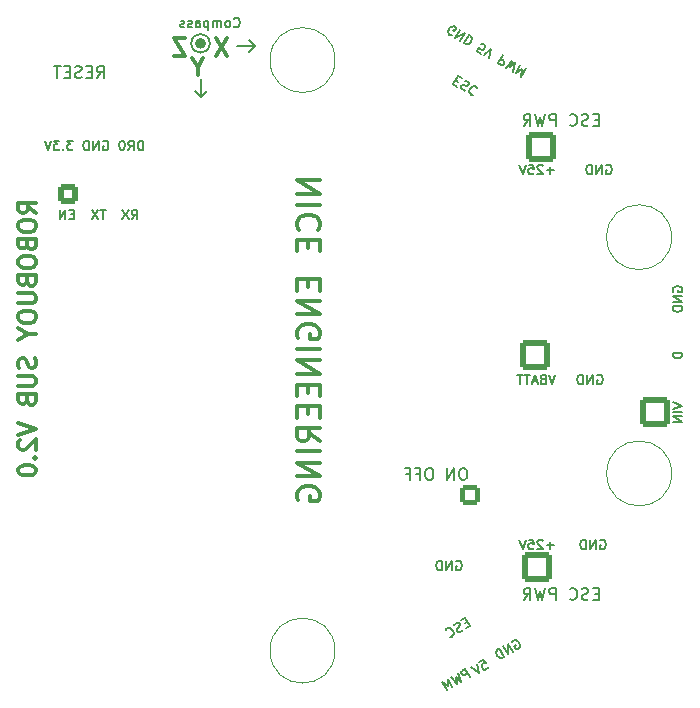
<source format=gbr>
%TF.GenerationSoftware,KiCad,Pcbnew,9.0.0-rc1*%
%TF.CreationDate,2025-03-26T15:14:04+01:00*%
%TF.ProjectId,Robobuoy-Sub-Round-v2_0,526f626f-6275-46f7-992d-5375622d526f,2.0*%
%TF.SameCoordinates,Original*%
%TF.FileFunction,Legend,Bot*%
%TF.FilePolarity,Positive*%
%FSLAX46Y46*%
G04 Gerber Fmt 4.6, Leading zero omitted, Abs format (unit mm)*
G04 Created by KiCad (PCBNEW 9.0.0-rc1) date 2025-03-26 15:14:04*
%MOMM*%
%LPD*%
G01*
G04 APERTURE LIST*
G04 Aperture macros list*
%AMRoundRect*
0 Rectangle with rounded corners*
0 $1 Rounding radius*
0 $2 $3 $4 $5 $6 $7 $8 $9 X,Y pos of 4 corners*
0 Add a 4 corners polygon primitive as box body*
4,1,4,$2,$3,$4,$5,$6,$7,$8,$9,$2,$3,0*
0 Add four circle primitives for the rounded corners*
1,1,$1+$1,$2,$3*
1,1,$1+$1,$4,$5*
1,1,$1+$1,$6,$7*
1,1,$1+$1,$8,$9*
0 Add four rect primitives between the rounded corners*
20,1,$1+$1,$2,$3,$4,$5,0*
20,1,$1+$1,$4,$5,$6,$7,0*
20,1,$1+$1,$6,$7,$8,$9,0*
20,1,$1+$1,$8,$9,$2,$3,0*%
%AMHorizOval*
0 Thick line with rounded ends*
0 $1 width*
0 $2 $3 position (X,Y) of the first rounded end (center of the circle)*
0 $4 $5 position (X,Y) of the second rounded end (center of the circle)*
0 Add line between two ends*
20,1,$1,$2,$3,$4,$5,0*
0 Add two circle primitives to create the rounded ends*
1,1,$1,$2,$3*
1,1,$1,$4,$5*%
G04 Aperture macros list end*
%ADD10C,0.150000*%
%ADD11C,0.400000*%
%ADD12C,0.300000*%
%ADD13C,0.100000*%
%ADD14R,1.700000X1.700000*%
%ADD15O,1.700000X1.700000*%
%ADD16C,3.200000*%
%ADD17RoundRect,0.249999X-1.025001X-1.025001X1.025001X-1.025001X1.025001X1.025001X-1.025001X1.025001X0*%
%ADD18C,2.550000*%
%ADD19RoundRect,0.206250X0.618750X0.618750X-0.618750X0.618750X-0.618750X-0.618750X0.618750X-0.618750X0*%
%ADD20C,1.700000*%
%ADD21R,1.650000X1.650000*%
%ADD22C,3.000000*%
%ADD23RoundRect,0.249999X1.025001X-1.025001X1.025001X1.025001X-1.025001X1.025001X-1.025001X-1.025001X0*%
%ADD24RoundRect,0.250000X-0.157115X-0.927868X0.882115X-0.327868X0.157115X0.927868X-0.882115X0.327868X0*%
%ADD25HorizOval,1.700000X-0.062500X0.108253X0.062500X-0.108253X0*%
%ADD26RoundRect,0.250000X0.882115X0.327868X-0.157115X0.927868X-0.882115X-0.327868X0.157115X-0.927868X0*%
%ADD27HorizOval,1.700000X0.062500X0.108253X-0.062500X-0.108253X0*%
%ADD28RoundRect,0.250000X0.600000X-0.600000X0.600000X0.600000X-0.600000X0.600000X-0.600000X-0.600000X0*%
G04 APERTURE END LIST*
D10*
X-4013200Y26162000D02*
X-4521200Y26670000D01*
X-8636000Y21844000D02*
X-8128000Y22352000D01*
X-4013200Y26162000D02*
X-4521200Y25654000D01*
X-8636000Y21844000D02*
X-9144000Y22352000D01*
D11*
X-8382000Y26416000D02*
G75*
G02*
X-8890000Y26416000I-254000J0D01*
G01*
X-8890000Y26416000D02*
G75*
G02*
X-8382000Y26416000I254000J0D01*
G01*
D10*
X-8636000Y23368000D02*
X-8636000Y21844000D01*
X-5588000Y26162000D02*
X-4064000Y26162000D01*
X-7844280Y26416000D02*
G75*
G02*
X-9427720Y26416000I-791720J0D01*
G01*
X-9427720Y26416000D02*
G75*
G02*
X-7844280Y26416000I791720J0D01*
G01*
X-13497161Y17377705D02*
X-13497161Y18177705D01*
X-13497161Y18177705D02*
X-13687637Y18177705D01*
X-13687637Y18177705D02*
X-13801923Y18139610D01*
X-13801923Y18139610D02*
X-13878113Y18063420D01*
X-13878113Y18063420D02*
X-13916208Y17987229D01*
X-13916208Y17987229D02*
X-13954304Y17834848D01*
X-13954304Y17834848D02*
X-13954304Y17720562D01*
X-13954304Y17720562D02*
X-13916208Y17568181D01*
X-13916208Y17568181D02*
X-13878113Y17491991D01*
X-13878113Y17491991D02*
X-13801923Y17415800D01*
X-13801923Y17415800D02*
X-13687637Y17377705D01*
X-13687637Y17377705D02*
X-13497161Y17377705D01*
X-14754304Y17377705D02*
X-14487637Y17758658D01*
X-14297161Y17377705D02*
X-14297161Y18177705D01*
X-14297161Y18177705D02*
X-14601923Y18177705D01*
X-14601923Y18177705D02*
X-14678113Y18139610D01*
X-14678113Y18139610D02*
X-14716208Y18101515D01*
X-14716208Y18101515D02*
X-14754304Y18025324D01*
X-14754304Y18025324D02*
X-14754304Y17911039D01*
X-14754304Y17911039D02*
X-14716208Y17834848D01*
X-14716208Y17834848D02*
X-14678113Y17796753D01*
X-14678113Y17796753D02*
X-14601923Y17758658D01*
X-14601923Y17758658D02*
X-14297161Y17758658D01*
X-15249542Y18177705D02*
X-15325732Y18177705D01*
X-15325732Y18177705D02*
X-15401923Y18139610D01*
X-15401923Y18139610D02*
X-15440018Y18101515D01*
X-15440018Y18101515D02*
X-15478113Y18025324D01*
X-15478113Y18025324D02*
X-15516208Y17872943D01*
X-15516208Y17872943D02*
X-15516208Y17682467D01*
X-15516208Y17682467D02*
X-15478113Y17530086D01*
X-15478113Y17530086D02*
X-15440018Y17453896D01*
X-15440018Y17453896D02*
X-15401923Y17415800D01*
X-15401923Y17415800D02*
X-15325732Y17377705D01*
X-15325732Y17377705D02*
X-15249542Y17377705D01*
X-15249542Y17377705D02*
X-15173351Y17415800D01*
X-15173351Y17415800D02*
X-15135256Y17453896D01*
X-15135256Y17453896D02*
X-15097161Y17530086D01*
X-15097161Y17530086D02*
X-15059065Y17682467D01*
X-15059065Y17682467D02*
X-15059065Y17872943D01*
X-15059065Y17872943D02*
X-15097161Y18025324D01*
X-15097161Y18025324D02*
X-15135256Y18101515D01*
X-15135256Y18101515D02*
X-15173351Y18139610D01*
X-15173351Y18139610D02*
X-15249542Y18177705D01*
X-16887637Y18139610D02*
X-16811447Y18177705D01*
X-16811447Y18177705D02*
X-16697161Y18177705D01*
X-16697161Y18177705D02*
X-16582875Y18139610D01*
X-16582875Y18139610D02*
X-16506685Y18063420D01*
X-16506685Y18063420D02*
X-16468590Y17987229D01*
X-16468590Y17987229D02*
X-16430494Y17834848D01*
X-16430494Y17834848D02*
X-16430494Y17720562D01*
X-16430494Y17720562D02*
X-16468590Y17568181D01*
X-16468590Y17568181D02*
X-16506685Y17491991D01*
X-16506685Y17491991D02*
X-16582875Y17415800D01*
X-16582875Y17415800D02*
X-16697161Y17377705D01*
X-16697161Y17377705D02*
X-16773352Y17377705D01*
X-16773352Y17377705D02*
X-16887637Y17415800D01*
X-16887637Y17415800D02*
X-16925733Y17453896D01*
X-16925733Y17453896D02*
X-16925733Y17720562D01*
X-16925733Y17720562D02*
X-16773352Y17720562D01*
X-17268590Y17377705D02*
X-17268590Y18177705D01*
X-17268590Y18177705D02*
X-17725733Y17377705D01*
X-17725733Y17377705D02*
X-17725733Y18177705D01*
X-18106685Y17377705D02*
X-18106685Y18177705D01*
X-18106685Y18177705D02*
X-18297161Y18177705D01*
X-18297161Y18177705D02*
X-18411447Y18139610D01*
X-18411447Y18139610D02*
X-18487637Y18063420D01*
X-18487637Y18063420D02*
X-18525732Y17987229D01*
X-18525732Y17987229D02*
X-18563828Y17834848D01*
X-18563828Y17834848D02*
X-18563828Y17720562D01*
X-18563828Y17720562D02*
X-18525732Y17568181D01*
X-18525732Y17568181D02*
X-18487637Y17491991D01*
X-18487637Y17491991D02*
X-18411447Y17415800D01*
X-18411447Y17415800D02*
X-18297161Y17377705D01*
X-18297161Y17377705D02*
X-18106685Y17377705D01*
X-19440018Y18177705D02*
X-19935256Y18177705D01*
X-19935256Y18177705D02*
X-19668590Y17872943D01*
X-19668590Y17872943D02*
X-19782875Y17872943D01*
X-19782875Y17872943D02*
X-19859066Y17834848D01*
X-19859066Y17834848D02*
X-19897161Y17796753D01*
X-19897161Y17796753D02*
X-19935256Y17720562D01*
X-19935256Y17720562D02*
X-19935256Y17530086D01*
X-19935256Y17530086D02*
X-19897161Y17453896D01*
X-19897161Y17453896D02*
X-19859066Y17415800D01*
X-19859066Y17415800D02*
X-19782875Y17377705D01*
X-19782875Y17377705D02*
X-19554304Y17377705D01*
X-19554304Y17377705D02*
X-19478113Y17415800D01*
X-19478113Y17415800D02*
X-19440018Y17453896D01*
X-20278114Y17453896D02*
X-20316209Y17415800D01*
X-20316209Y17415800D02*
X-20278114Y17377705D01*
X-20278114Y17377705D02*
X-20240018Y17415800D01*
X-20240018Y17415800D02*
X-20278114Y17453896D01*
X-20278114Y17453896D02*
X-20278114Y17377705D01*
X-20582875Y18177705D02*
X-21078113Y18177705D01*
X-21078113Y18177705D02*
X-20811447Y17872943D01*
X-20811447Y17872943D02*
X-20925732Y17872943D01*
X-20925732Y17872943D02*
X-21001923Y17834848D01*
X-21001923Y17834848D02*
X-21040018Y17796753D01*
X-21040018Y17796753D02*
X-21078113Y17720562D01*
X-21078113Y17720562D02*
X-21078113Y17530086D01*
X-21078113Y17530086D02*
X-21040018Y17453896D01*
X-21040018Y17453896D02*
X-21001923Y17415800D01*
X-21001923Y17415800D02*
X-20925732Y17377705D01*
X-20925732Y17377705D02*
X-20697161Y17377705D01*
X-20697161Y17377705D02*
X-20620970Y17415800D01*
X-20620970Y17415800D02*
X-20582875Y17453896D01*
X-21306685Y18177705D02*
X-21573352Y17377705D01*
X-21573352Y17377705D02*
X-21840018Y18177705D01*
X15113482Y25550581D02*
X14783567Y25741057D01*
X14783567Y25741057D02*
X14941052Y26090019D01*
X14941052Y26090019D02*
X14954996Y26037980D01*
X14954996Y26037980D02*
X15001931Y25966893D01*
X15001931Y25966893D02*
X15166888Y25871655D01*
X15166888Y25871655D02*
X15251919Y25866551D01*
X15251919Y25866551D02*
X15303958Y25880495D01*
X15303958Y25880495D02*
X15375045Y25927431D01*
X15375045Y25927431D02*
X15470283Y26092388D01*
X15470283Y26092388D02*
X15475386Y26177418D01*
X15475386Y26177418D02*
X15461443Y26229457D01*
X15461443Y26229457D02*
X15414507Y26300544D01*
X15414507Y26300544D02*
X15249550Y26395782D01*
X15249550Y26395782D02*
X15164520Y26400886D01*
X15164520Y26400886D02*
X15112481Y26386942D01*
X15344422Y25417247D02*
X15975362Y25976734D01*
X15975362Y25976734D02*
X15806302Y25150581D01*
X12942043Y23276972D02*
X13172983Y23143638D01*
X13481482Y23449401D02*
X13151567Y23639877D01*
X13151567Y23639877D02*
X12751567Y22947057D01*
X12751567Y22947057D02*
X13081482Y22756581D01*
X13726366Y23264029D02*
X13844388Y23239877D01*
X13844388Y23239877D02*
X14009345Y23144639D01*
X14009345Y23144639D02*
X14056280Y23073552D01*
X14056280Y23073552D02*
X14070224Y23021513D01*
X14070224Y23021513D02*
X14065120Y22936483D01*
X14065120Y22936483D02*
X14027025Y22870500D01*
X14027025Y22870500D02*
X13955939Y22823565D01*
X13955939Y22823565D02*
X13903899Y22809621D01*
X13903899Y22809621D02*
X13818869Y22814725D01*
X13818869Y22814725D02*
X13667856Y22857924D01*
X13667856Y22857924D02*
X13582825Y22863027D01*
X13582825Y22863027D02*
X13530786Y22849084D01*
X13530786Y22849084D02*
X13459699Y22802148D01*
X13459699Y22802148D02*
X13421604Y22736165D01*
X13421604Y22736165D02*
X13416500Y22651135D01*
X13416500Y22651135D02*
X13430444Y22599096D01*
X13430444Y22599096D02*
X13477379Y22528009D01*
X13477379Y22528009D02*
X13642337Y22432771D01*
X13642337Y22432771D02*
X13760359Y22408620D01*
X14796036Y22602466D02*
X14782092Y22654505D01*
X14782092Y22654505D02*
X14702166Y22744639D01*
X14702166Y22744639D02*
X14636183Y22782734D01*
X14636183Y22782734D02*
X14518161Y22806886D01*
X14518161Y22806886D02*
X14414083Y22778998D01*
X14414083Y22778998D02*
X14342996Y22732063D01*
X14342996Y22732063D02*
X14233814Y22619145D01*
X14233814Y22619145D02*
X14176671Y22520170D01*
X14176671Y22520170D02*
X14133472Y22369157D01*
X14133472Y22369157D02*
X14128368Y22284126D01*
X14128368Y22284126D02*
X14156256Y22180048D01*
X14156256Y22180048D02*
X14236183Y22089914D01*
X14236183Y22089914D02*
X14302166Y22051819D01*
X14302166Y22051819D02*
X14420188Y22027667D01*
X14420188Y22027667D02*
X14472227Y22041611D01*
X31390390Y5387793D02*
X31352295Y5463983D01*
X31352295Y5463983D02*
X31352295Y5578269D01*
X31352295Y5578269D02*
X31390390Y5692555D01*
X31390390Y5692555D02*
X31466580Y5768745D01*
X31466580Y5768745D02*
X31542771Y5806840D01*
X31542771Y5806840D02*
X31695152Y5844936D01*
X31695152Y5844936D02*
X31809438Y5844936D01*
X31809438Y5844936D02*
X31961819Y5806840D01*
X31961819Y5806840D02*
X32038009Y5768745D01*
X32038009Y5768745D02*
X32114200Y5692555D01*
X32114200Y5692555D02*
X32152295Y5578269D01*
X32152295Y5578269D02*
X32152295Y5502078D01*
X32152295Y5502078D02*
X32114200Y5387793D01*
X32114200Y5387793D02*
X32076104Y5349697D01*
X32076104Y5349697D02*
X31809438Y5349697D01*
X31809438Y5349697D02*
X31809438Y5502078D01*
X32152295Y5006840D02*
X31352295Y5006840D01*
X31352295Y5006840D02*
X32152295Y4549697D01*
X32152295Y4549697D02*
X31352295Y4549697D01*
X32152295Y4168745D02*
X31352295Y4168745D01*
X31352295Y4168745D02*
X31352295Y3978269D01*
X31352295Y3978269D02*
X31390390Y3863983D01*
X31390390Y3863983D02*
X31466580Y3787793D01*
X31466580Y3787793D02*
X31542771Y3749698D01*
X31542771Y3749698D02*
X31695152Y3711602D01*
X31695152Y3711602D02*
X31809438Y3711602D01*
X31809438Y3711602D02*
X31961819Y3749698D01*
X31961819Y3749698D02*
X32038009Y3787793D01*
X32038009Y3787793D02*
X32114200Y3863983D01*
X32114200Y3863983D02*
X32152295Y3978269D01*
X32152295Y3978269D02*
X32152295Y4168745D01*
X13965203Y-22550131D02*
X13734263Y-22683464D01*
X13844813Y-23103513D02*
X14174727Y-22913037D01*
X14174727Y-22913037D02*
X13774727Y-22220216D01*
X13774727Y-22220216D02*
X13444813Y-22410692D01*
X13561833Y-23222903D02*
X13481906Y-23313037D01*
X13481906Y-23313037D02*
X13316949Y-23408275D01*
X13316949Y-23408275D02*
X13231919Y-23413379D01*
X13231919Y-23413379D02*
X13179880Y-23399435D01*
X13179880Y-23399435D02*
X13108793Y-23352500D01*
X13108793Y-23352500D02*
X13070698Y-23286517D01*
X13070698Y-23286517D02*
X13065594Y-23201486D01*
X13065594Y-23201486D02*
X13079538Y-23149447D01*
X13079538Y-23149447D02*
X13126473Y-23078360D01*
X13126473Y-23078360D02*
X13239391Y-22969179D01*
X13239391Y-22969179D02*
X13286326Y-22898092D01*
X13286326Y-22898092D02*
X13300270Y-22846053D01*
X13300270Y-22846053D02*
X13295166Y-22761022D01*
X13295166Y-22761022D02*
X13257071Y-22695039D01*
X13257071Y-22695039D02*
X13185984Y-22648104D01*
X13185984Y-22648104D02*
X13133945Y-22634160D01*
X13133945Y-22634160D02*
X13048915Y-22639264D01*
X13048915Y-22639264D02*
X12883958Y-22734502D01*
X12883958Y-22734502D02*
X12804031Y-22824637D01*
X12454068Y-23818483D02*
X12506107Y-23832426D01*
X12506107Y-23832426D02*
X12624129Y-23808275D01*
X12624129Y-23808275D02*
X12690111Y-23770180D01*
X12690111Y-23770180D02*
X12770038Y-23680045D01*
X12770038Y-23680045D02*
X12797926Y-23575967D01*
X12797926Y-23575967D02*
X12792822Y-23490937D01*
X12792822Y-23490937D02*
X12749623Y-23339923D01*
X12749623Y-23339923D02*
X12692480Y-23240949D01*
X12692480Y-23240949D02*
X12583298Y-23128031D01*
X12583298Y-23128031D02*
X12512212Y-23081096D01*
X12512212Y-23081096D02*
X12408133Y-23053208D01*
X12408133Y-23053208D02*
X12290111Y-23077359D01*
X12290111Y-23077359D02*
X12224129Y-23115455D01*
X12224129Y-23115455D02*
X12144202Y-23205589D01*
X12144202Y-23205589D02*
X12130258Y-23257628D01*
X-5826304Y27867896D02*
X-5788208Y27829800D01*
X-5788208Y27829800D02*
X-5673923Y27791705D01*
X-5673923Y27791705D02*
X-5597732Y27791705D01*
X-5597732Y27791705D02*
X-5483446Y27829800D01*
X-5483446Y27829800D02*
X-5407256Y27905991D01*
X-5407256Y27905991D02*
X-5369161Y27982181D01*
X-5369161Y27982181D02*
X-5331065Y28134562D01*
X-5331065Y28134562D02*
X-5331065Y28248848D01*
X-5331065Y28248848D02*
X-5369161Y28401229D01*
X-5369161Y28401229D02*
X-5407256Y28477420D01*
X-5407256Y28477420D02*
X-5483446Y28553610D01*
X-5483446Y28553610D02*
X-5597732Y28591705D01*
X-5597732Y28591705D02*
X-5673923Y28591705D01*
X-5673923Y28591705D02*
X-5788208Y28553610D01*
X-5788208Y28553610D02*
X-5826304Y28515515D01*
X-6283446Y27791705D02*
X-6207256Y27829800D01*
X-6207256Y27829800D02*
X-6169161Y27867896D01*
X-6169161Y27867896D02*
X-6131065Y27944086D01*
X-6131065Y27944086D02*
X-6131065Y28172658D01*
X-6131065Y28172658D02*
X-6169161Y28248848D01*
X-6169161Y28248848D02*
X-6207256Y28286943D01*
X-6207256Y28286943D02*
X-6283446Y28325039D01*
X-6283446Y28325039D02*
X-6397732Y28325039D01*
X-6397732Y28325039D02*
X-6473923Y28286943D01*
X-6473923Y28286943D02*
X-6512018Y28248848D01*
X-6512018Y28248848D02*
X-6550113Y28172658D01*
X-6550113Y28172658D02*
X-6550113Y27944086D01*
X-6550113Y27944086D02*
X-6512018Y27867896D01*
X-6512018Y27867896D02*
X-6473923Y27829800D01*
X-6473923Y27829800D02*
X-6397732Y27791705D01*
X-6397732Y27791705D02*
X-6283446Y27791705D01*
X-6892971Y27791705D02*
X-6892971Y28325039D01*
X-6892971Y28248848D02*
X-6931066Y28286943D01*
X-6931066Y28286943D02*
X-7007256Y28325039D01*
X-7007256Y28325039D02*
X-7121542Y28325039D01*
X-7121542Y28325039D02*
X-7197733Y28286943D01*
X-7197733Y28286943D02*
X-7235828Y28210753D01*
X-7235828Y28210753D02*
X-7235828Y27791705D01*
X-7235828Y28210753D02*
X-7273923Y28286943D01*
X-7273923Y28286943D02*
X-7350114Y28325039D01*
X-7350114Y28325039D02*
X-7464399Y28325039D01*
X-7464399Y28325039D02*
X-7540590Y28286943D01*
X-7540590Y28286943D02*
X-7578685Y28210753D01*
X-7578685Y28210753D02*
X-7578685Y27791705D01*
X-7959638Y28325039D02*
X-7959638Y27525039D01*
X-7959638Y28286943D02*
X-8035828Y28325039D01*
X-8035828Y28325039D02*
X-8188209Y28325039D01*
X-8188209Y28325039D02*
X-8264400Y28286943D01*
X-8264400Y28286943D02*
X-8302495Y28248848D01*
X-8302495Y28248848D02*
X-8340590Y28172658D01*
X-8340590Y28172658D02*
X-8340590Y27944086D01*
X-8340590Y27944086D02*
X-8302495Y27867896D01*
X-8302495Y27867896D02*
X-8264400Y27829800D01*
X-8264400Y27829800D02*
X-8188209Y27791705D01*
X-8188209Y27791705D02*
X-8035828Y27791705D01*
X-8035828Y27791705D02*
X-7959638Y27829800D01*
X-9026305Y27791705D02*
X-9026305Y28210753D01*
X-9026305Y28210753D02*
X-8988210Y28286943D01*
X-8988210Y28286943D02*
X-8912019Y28325039D01*
X-8912019Y28325039D02*
X-8759638Y28325039D01*
X-8759638Y28325039D02*
X-8683448Y28286943D01*
X-9026305Y27829800D02*
X-8950114Y27791705D01*
X-8950114Y27791705D02*
X-8759638Y27791705D01*
X-8759638Y27791705D02*
X-8683448Y27829800D01*
X-8683448Y27829800D02*
X-8645352Y27905991D01*
X-8645352Y27905991D02*
X-8645352Y27982181D01*
X-8645352Y27982181D02*
X-8683448Y28058372D01*
X-8683448Y28058372D02*
X-8759638Y28096467D01*
X-8759638Y28096467D02*
X-8950114Y28096467D01*
X-8950114Y28096467D02*
X-9026305Y28134562D01*
X-9369162Y27829800D02*
X-9445353Y27791705D01*
X-9445353Y27791705D02*
X-9597734Y27791705D01*
X-9597734Y27791705D02*
X-9673924Y27829800D01*
X-9673924Y27829800D02*
X-9712020Y27905991D01*
X-9712020Y27905991D02*
X-9712020Y27944086D01*
X-9712020Y27944086D02*
X-9673924Y28020277D01*
X-9673924Y28020277D02*
X-9597734Y28058372D01*
X-9597734Y28058372D02*
X-9483448Y28058372D01*
X-9483448Y28058372D02*
X-9407258Y28096467D01*
X-9407258Y28096467D02*
X-9369162Y28172658D01*
X-9369162Y28172658D02*
X-9369162Y28210753D01*
X-9369162Y28210753D02*
X-9407258Y28286943D01*
X-9407258Y28286943D02*
X-9483448Y28325039D01*
X-9483448Y28325039D02*
X-9597734Y28325039D01*
X-9597734Y28325039D02*
X-9673924Y28286943D01*
X-10016781Y27829800D02*
X-10092972Y27791705D01*
X-10092972Y27791705D02*
X-10245353Y27791705D01*
X-10245353Y27791705D02*
X-10321543Y27829800D01*
X-10321543Y27829800D02*
X-10359639Y27905991D01*
X-10359639Y27905991D02*
X-10359639Y27944086D01*
X-10359639Y27944086D02*
X-10321543Y28020277D01*
X-10321543Y28020277D02*
X-10245353Y28058372D01*
X-10245353Y28058372D02*
X-10131067Y28058372D01*
X-10131067Y28058372D02*
X-10054877Y28096467D01*
X-10054877Y28096467D02*
X-10016781Y28172658D01*
X-10016781Y28172658D02*
X-10016781Y28210753D01*
X-10016781Y28210753D02*
X-10054877Y28286943D01*
X-10054877Y28286943D02*
X-10131067Y28325039D01*
X-10131067Y28325039D02*
X-10245353Y28325039D01*
X-10245353Y28325039D02*
X-10321543Y28286943D01*
X16961567Y25417877D02*
X16561567Y24725057D01*
X16561567Y24725057D02*
X16825499Y24572676D01*
X16825499Y24572676D02*
X16910529Y24567572D01*
X16910529Y24567572D02*
X16962568Y24581516D01*
X16962568Y24581516D02*
X17033655Y24628451D01*
X17033655Y24628451D02*
X17090798Y24727426D01*
X17090798Y24727426D02*
X17095902Y24812456D01*
X17095902Y24812456D02*
X17081958Y24864495D01*
X17081958Y24864495D02*
X17035023Y24935582D01*
X17035023Y24935582D02*
X16771091Y25087963D01*
X17188405Y24363152D02*
X17753362Y24960735D01*
X17753362Y24960735D02*
X17599613Y24389672D01*
X17599613Y24389672D02*
X18017293Y24808354D01*
X18017293Y24808354D02*
X17782251Y24020295D01*
X18446182Y24560734D02*
X18046182Y23867914D01*
X18046182Y23867914D02*
X18562837Y24229452D01*
X18562837Y24229452D02*
X18508063Y23601247D01*
X18508063Y23601247D02*
X18908063Y24294068D01*
X25063220Y19957991D02*
X24729887Y19957991D01*
X24587030Y19434181D02*
X25063220Y19434181D01*
X25063220Y19434181D02*
X25063220Y20434181D01*
X25063220Y20434181D02*
X24587030Y20434181D01*
X24206077Y19481800D02*
X24063220Y19434181D01*
X24063220Y19434181D02*
X23825125Y19434181D01*
X23825125Y19434181D02*
X23729887Y19481800D01*
X23729887Y19481800D02*
X23682268Y19529420D01*
X23682268Y19529420D02*
X23634649Y19624658D01*
X23634649Y19624658D02*
X23634649Y19719896D01*
X23634649Y19719896D02*
X23682268Y19815134D01*
X23682268Y19815134D02*
X23729887Y19862753D01*
X23729887Y19862753D02*
X23825125Y19910372D01*
X23825125Y19910372D02*
X24015601Y19957991D01*
X24015601Y19957991D02*
X24110839Y20005610D01*
X24110839Y20005610D02*
X24158458Y20053229D01*
X24158458Y20053229D02*
X24206077Y20148467D01*
X24206077Y20148467D02*
X24206077Y20243705D01*
X24206077Y20243705D02*
X24158458Y20338943D01*
X24158458Y20338943D02*
X24110839Y20386562D01*
X24110839Y20386562D02*
X24015601Y20434181D01*
X24015601Y20434181D02*
X23777506Y20434181D01*
X23777506Y20434181D02*
X23634649Y20386562D01*
X22634649Y19529420D02*
X22682268Y19481800D01*
X22682268Y19481800D02*
X22825125Y19434181D01*
X22825125Y19434181D02*
X22920363Y19434181D01*
X22920363Y19434181D02*
X23063220Y19481800D01*
X23063220Y19481800D02*
X23158458Y19577039D01*
X23158458Y19577039D02*
X23206077Y19672277D01*
X23206077Y19672277D02*
X23253696Y19862753D01*
X23253696Y19862753D02*
X23253696Y20005610D01*
X23253696Y20005610D02*
X23206077Y20196086D01*
X23206077Y20196086D02*
X23158458Y20291324D01*
X23158458Y20291324D02*
X23063220Y20386562D01*
X23063220Y20386562D02*
X22920363Y20434181D01*
X22920363Y20434181D02*
X22825125Y20434181D01*
X22825125Y20434181D02*
X22682268Y20386562D01*
X22682268Y20386562D02*
X22634649Y20338943D01*
X21444172Y19434181D02*
X21444172Y20434181D01*
X21444172Y20434181D02*
X21063220Y20434181D01*
X21063220Y20434181D02*
X20967982Y20386562D01*
X20967982Y20386562D02*
X20920363Y20338943D01*
X20920363Y20338943D02*
X20872744Y20243705D01*
X20872744Y20243705D02*
X20872744Y20100848D01*
X20872744Y20100848D02*
X20920363Y20005610D01*
X20920363Y20005610D02*
X20967982Y19957991D01*
X20967982Y19957991D02*
X21063220Y19910372D01*
X21063220Y19910372D02*
X21444172Y19910372D01*
X20539410Y20434181D02*
X20301315Y19434181D01*
X20301315Y19434181D02*
X20110839Y20148467D01*
X20110839Y20148467D02*
X19920363Y19434181D01*
X19920363Y19434181D02*
X19682268Y20434181D01*
X18729887Y19434181D02*
X19063220Y19910372D01*
X19301315Y19434181D02*
X19301315Y20434181D01*
X19301315Y20434181D02*
X18920363Y20434181D01*
X18920363Y20434181D02*
X18825125Y20386562D01*
X18825125Y20386562D02*
X18777506Y20338943D01*
X18777506Y20338943D02*
X18729887Y20243705D01*
X18729887Y20243705D02*
X18729887Y20100848D01*
X18729887Y20100848D02*
X18777506Y20005610D01*
X18777506Y20005610D02*
X18825125Y19957991D01*
X18825125Y19957991D02*
X18920363Y19910372D01*
X18920363Y19910372D02*
X19301315Y19910372D01*
X21300839Y15650467D02*
X20691316Y15650467D01*
X20996077Y15345705D02*
X20996077Y15955229D01*
X20348459Y16069515D02*
X20310363Y16107610D01*
X20310363Y16107610D02*
X20234173Y16145705D01*
X20234173Y16145705D02*
X20043697Y16145705D01*
X20043697Y16145705D02*
X19967506Y16107610D01*
X19967506Y16107610D02*
X19929411Y16069515D01*
X19929411Y16069515D02*
X19891316Y15993324D01*
X19891316Y15993324D02*
X19891316Y15917134D01*
X19891316Y15917134D02*
X19929411Y15802848D01*
X19929411Y15802848D02*
X20386554Y15345705D01*
X20386554Y15345705D02*
X19891316Y15345705D01*
X19167506Y16145705D02*
X19548458Y16145705D01*
X19548458Y16145705D02*
X19586554Y15764753D01*
X19586554Y15764753D02*
X19548458Y15802848D01*
X19548458Y15802848D02*
X19472268Y15840943D01*
X19472268Y15840943D02*
X19281792Y15840943D01*
X19281792Y15840943D02*
X19205601Y15802848D01*
X19205601Y15802848D02*
X19167506Y15764753D01*
X19167506Y15764753D02*
X19129411Y15688562D01*
X19129411Y15688562D02*
X19129411Y15498086D01*
X19129411Y15498086D02*
X19167506Y15421896D01*
X19167506Y15421896D02*
X19205601Y15383800D01*
X19205601Y15383800D02*
X19281792Y15345705D01*
X19281792Y15345705D02*
X19472268Y15345705D01*
X19472268Y15345705D02*
X19548458Y15383800D01*
X19548458Y15383800D02*
X19586554Y15421896D01*
X18900839Y16145705D02*
X18634172Y15345705D01*
X18634172Y15345705D02*
X18367506Y16145705D01*
X12625521Y27088525D02*
X12540490Y27093629D01*
X12540490Y27093629D02*
X12441516Y27150771D01*
X12441516Y27150771D02*
X12361589Y27240906D01*
X12361589Y27240906D02*
X12333701Y27344984D01*
X12333701Y27344984D02*
X12338805Y27430014D01*
X12338805Y27430014D02*
X12382004Y27581028D01*
X12382004Y27581028D02*
X12439147Y27680002D01*
X12439147Y27680002D02*
X12548329Y27792920D01*
X12548329Y27792920D02*
X12619416Y27839855D01*
X12619416Y27839855D02*
X12723494Y27867743D01*
X12723494Y27867743D02*
X12841516Y27843592D01*
X12841516Y27843592D02*
X12907499Y27805496D01*
X12907499Y27805496D02*
X12987425Y27715362D01*
X12987425Y27715362D02*
X13001369Y27663323D01*
X13001369Y27663323D02*
X12868036Y27432383D01*
X12868036Y27432383D02*
X12736070Y27508573D01*
X13336388Y27557877D02*
X12936388Y26865057D01*
X12936388Y26865057D02*
X13732285Y27329306D01*
X13732285Y27329306D02*
X13332285Y26636486D01*
X14062199Y27138830D02*
X13662199Y26446010D01*
X13662199Y26446010D02*
X13827156Y26350771D01*
X13827156Y26350771D02*
X13945178Y26326620D01*
X13945178Y26326620D02*
X14049256Y26354508D01*
X14049256Y26354508D02*
X14120343Y26401443D01*
X14120343Y26401443D02*
X14229525Y26514361D01*
X14229525Y26514361D02*
X14286668Y26613335D01*
X14286668Y26613335D02*
X14329867Y26764349D01*
X14329867Y26764349D02*
X14334971Y26849379D01*
X14334971Y26849379D02*
X14307083Y26953457D01*
X14307083Y26953457D02*
X14227156Y27043592D01*
X14227156Y27043592D02*
X14062199Y27138830D01*
X24945792Y-1672390D02*
X25021982Y-1634295D01*
X25021982Y-1634295D02*
X25136268Y-1634295D01*
X25136268Y-1634295D02*
X25250554Y-1672390D01*
X25250554Y-1672390D02*
X25326744Y-1748580D01*
X25326744Y-1748580D02*
X25364839Y-1824771D01*
X25364839Y-1824771D02*
X25402935Y-1977152D01*
X25402935Y-1977152D02*
X25402935Y-2091438D01*
X25402935Y-2091438D02*
X25364839Y-2243819D01*
X25364839Y-2243819D02*
X25326744Y-2320009D01*
X25326744Y-2320009D02*
X25250554Y-2396200D01*
X25250554Y-2396200D02*
X25136268Y-2434295D01*
X25136268Y-2434295D02*
X25060077Y-2434295D01*
X25060077Y-2434295D02*
X24945792Y-2396200D01*
X24945792Y-2396200D02*
X24907696Y-2358104D01*
X24907696Y-2358104D02*
X24907696Y-2091438D01*
X24907696Y-2091438D02*
X25060077Y-2091438D01*
X24564839Y-2434295D02*
X24564839Y-1634295D01*
X24564839Y-1634295D02*
X24107696Y-2434295D01*
X24107696Y-2434295D02*
X24107696Y-1634295D01*
X23726744Y-2434295D02*
X23726744Y-1634295D01*
X23726744Y-1634295D02*
X23536268Y-1634295D01*
X23536268Y-1634295D02*
X23421982Y-1672390D01*
X23421982Y-1672390D02*
X23345792Y-1748580D01*
X23345792Y-1748580D02*
X23307697Y-1824771D01*
X23307697Y-1824771D02*
X23269601Y-1977152D01*
X23269601Y-1977152D02*
X23269601Y-2091438D01*
X23269601Y-2091438D02*
X23307697Y-2243819D01*
X23307697Y-2243819D02*
X23345792Y-2320009D01*
X23345792Y-2320009D02*
X23421982Y-2396200D01*
X23421982Y-2396200D02*
X23536268Y-2434295D01*
X23536268Y-2434295D02*
X23726744Y-2434295D01*
X21300839Y-16099533D02*
X20691316Y-16099533D01*
X20996077Y-16404295D02*
X20996077Y-15794771D01*
X20348459Y-15680485D02*
X20310363Y-15642390D01*
X20310363Y-15642390D02*
X20234173Y-15604295D01*
X20234173Y-15604295D02*
X20043697Y-15604295D01*
X20043697Y-15604295D02*
X19967506Y-15642390D01*
X19967506Y-15642390D02*
X19929411Y-15680485D01*
X19929411Y-15680485D02*
X19891316Y-15756676D01*
X19891316Y-15756676D02*
X19891316Y-15832866D01*
X19891316Y-15832866D02*
X19929411Y-15947152D01*
X19929411Y-15947152D02*
X20386554Y-16404295D01*
X20386554Y-16404295D02*
X19891316Y-16404295D01*
X19167506Y-15604295D02*
X19548458Y-15604295D01*
X19548458Y-15604295D02*
X19586554Y-15985247D01*
X19586554Y-15985247D02*
X19548458Y-15947152D01*
X19548458Y-15947152D02*
X19472268Y-15909057D01*
X19472268Y-15909057D02*
X19281792Y-15909057D01*
X19281792Y-15909057D02*
X19205601Y-15947152D01*
X19205601Y-15947152D02*
X19167506Y-15985247D01*
X19167506Y-15985247D02*
X19129411Y-16061438D01*
X19129411Y-16061438D02*
X19129411Y-16251914D01*
X19129411Y-16251914D02*
X19167506Y-16328104D01*
X19167506Y-16328104D02*
X19205601Y-16366200D01*
X19205601Y-16366200D02*
X19281792Y-16404295D01*
X19281792Y-16404295D02*
X19472268Y-16404295D01*
X19472268Y-16404295D02*
X19548458Y-16366200D01*
X19548458Y-16366200D02*
X19586554Y-16328104D01*
X18900839Y-15604295D02*
X18634172Y-16404295D01*
X18634172Y-16404295D02*
X18367506Y-15604295D01*
X21415125Y-1634295D02*
X21148458Y-2434295D01*
X21148458Y-2434295D02*
X20881792Y-1634295D01*
X20348459Y-2015247D02*
X20234173Y-2053342D01*
X20234173Y-2053342D02*
X20196078Y-2091438D01*
X20196078Y-2091438D02*
X20157982Y-2167628D01*
X20157982Y-2167628D02*
X20157982Y-2281914D01*
X20157982Y-2281914D02*
X20196078Y-2358104D01*
X20196078Y-2358104D02*
X20234173Y-2396200D01*
X20234173Y-2396200D02*
X20310363Y-2434295D01*
X20310363Y-2434295D02*
X20615125Y-2434295D01*
X20615125Y-2434295D02*
X20615125Y-1634295D01*
X20615125Y-1634295D02*
X20348459Y-1634295D01*
X20348459Y-1634295D02*
X20272268Y-1672390D01*
X20272268Y-1672390D02*
X20234173Y-1710485D01*
X20234173Y-1710485D02*
X20196078Y-1786676D01*
X20196078Y-1786676D02*
X20196078Y-1862866D01*
X20196078Y-1862866D02*
X20234173Y-1939057D01*
X20234173Y-1939057D02*
X20272268Y-1977152D01*
X20272268Y-1977152D02*
X20348459Y-2015247D01*
X20348459Y-2015247D02*
X20615125Y-2015247D01*
X19853221Y-2205723D02*
X19472268Y-2205723D01*
X19929411Y-2434295D02*
X19662744Y-1634295D01*
X19662744Y-1634295D02*
X19396078Y-2434295D01*
X19243697Y-1634295D02*
X18786554Y-1634295D01*
X19015126Y-2434295D02*
X19015126Y-1634295D01*
X18634173Y-1634295D02*
X18177030Y-1634295D01*
X18405602Y-2434295D02*
X18405602Y-1634295D01*
X25707792Y16107610D02*
X25783982Y16145705D01*
X25783982Y16145705D02*
X25898268Y16145705D01*
X25898268Y16145705D02*
X26012554Y16107610D01*
X26012554Y16107610D02*
X26088744Y16031420D01*
X26088744Y16031420D02*
X26126839Y15955229D01*
X26126839Y15955229D02*
X26164935Y15802848D01*
X26164935Y15802848D02*
X26164935Y15688562D01*
X26164935Y15688562D02*
X26126839Y15536181D01*
X26126839Y15536181D02*
X26088744Y15459991D01*
X26088744Y15459991D02*
X26012554Y15383800D01*
X26012554Y15383800D02*
X25898268Y15345705D01*
X25898268Y15345705D02*
X25822077Y15345705D01*
X25822077Y15345705D02*
X25707792Y15383800D01*
X25707792Y15383800D02*
X25669696Y15421896D01*
X25669696Y15421896D02*
X25669696Y15688562D01*
X25669696Y15688562D02*
X25822077Y15688562D01*
X25326839Y15345705D02*
X25326839Y16145705D01*
X25326839Y16145705D02*
X24869696Y15345705D01*
X24869696Y15345705D02*
X24869696Y16145705D01*
X24488744Y15345705D02*
X24488744Y16145705D01*
X24488744Y16145705D02*
X24298268Y16145705D01*
X24298268Y16145705D02*
X24183982Y16107610D01*
X24183982Y16107610D02*
X24107792Y16031420D01*
X24107792Y16031420D02*
X24069697Y15955229D01*
X24069697Y15955229D02*
X24031601Y15802848D01*
X24031601Y15802848D02*
X24031601Y15688562D01*
X24031601Y15688562D02*
X24069697Y15536181D01*
X24069697Y15536181D02*
X24107792Y15459991D01*
X24107792Y15459991D02*
X24183982Y15383800D01*
X24183982Y15383800D02*
X24298268Y15345705D01*
X24298268Y15345705D02*
X24488744Y15345705D01*
D12*
X-22551172Y12050347D02*
X-23265458Y12550347D01*
X-22551172Y12907490D02*
X-24051172Y12907490D01*
X-24051172Y12907490D02*
X-24051172Y12336061D01*
X-24051172Y12336061D02*
X-23979743Y12193204D01*
X-23979743Y12193204D02*
X-23908315Y12121775D01*
X-23908315Y12121775D02*
X-23765458Y12050347D01*
X-23765458Y12050347D02*
X-23551172Y12050347D01*
X-23551172Y12050347D02*
X-23408315Y12121775D01*
X-23408315Y12121775D02*
X-23336886Y12193204D01*
X-23336886Y12193204D02*
X-23265458Y12336061D01*
X-23265458Y12336061D02*
X-23265458Y12907490D01*
X-24051172Y11121775D02*
X-24051172Y10836061D01*
X-24051172Y10836061D02*
X-23979743Y10693204D01*
X-23979743Y10693204D02*
X-23836886Y10550347D01*
X-23836886Y10550347D02*
X-23551172Y10478918D01*
X-23551172Y10478918D02*
X-23051172Y10478918D01*
X-23051172Y10478918D02*
X-22765458Y10550347D01*
X-22765458Y10550347D02*
X-22622600Y10693204D01*
X-22622600Y10693204D02*
X-22551172Y10836061D01*
X-22551172Y10836061D02*
X-22551172Y11121775D01*
X-22551172Y11121775D02*
X-22622600Y11264632D01*
X-22622600Y11264632D02*
X-22765458Y11407490D01*
X-22765458Y11407490D02*
X-23051172Y11478918D01*
X-23051172Y11478918D02*
X-23551172Y11478918D01*
X-23551172Y11478918D02*
X-23836886Y11407490D01*
X-23836886Y11407490D02*
X-23979743Y11264632D01*
X-23979743Y11264632D02*
X-24051172Y11121775D01*
X-23336886Y9336061D02*
X-23265458Y9121775D01*
X-23265458Y9121775D02*
X-23194029Y9050346D01*
X-23194029Y9050346D02*
X-23051172Y8978918D01*
X-23051172Y8978918D02*
X-22836886Y8978918D01*
X-22836886Y8978918D02*
X-22694029Y9050346D01*
X-22694029Y9050346D02*
X-22622600Y9121775D01*
X-22622600Y9121775D02*
X-22551172Y9264632D01*
X-22551172Y9264632D02*
X-22551172Y9836061D01*
X-22551172Y9836061D02*
X-24051172Y9836061D01*
X-24051172Y9836061D02*
X-24051172Y9336061D01*
X-24051172Y9336061D02*
X-23979743Y9193203D01*
X-23979743Y9193203D02*
X-23908315Y9121775D01*
X-23908315Y9121775D02*
X-23765458Y9050346D01*
X-23765458Y9050346D02*
X-23622600Y9050346D01*
X-23622600Y9050346D02*
X-23479743Y9121775D01*
X-23479743Y9121775D02*
X-23408315Y9193203D01*
X-23408315Y9193203D02*
X-23336886Y9336061D01*
X-23336886Y9336061D02*
X-23336886Y9836061D01*
X-24051172Y8050346D02*
X-24051172Y7764632D01*
X-24051172Y7764632D02*
X-23979743Y7621775D01*
X-23979743Y7621775D02*
X-23836886Y7478918D01*
X-23836886Y7478918D02*
X-23551172Y7407489D01*
X-23551172Y7407489D02*
X-23051172Y7407489D01*
X-23051172Y7407489D02*
X-22765458Y7478918D01*
X-22765458Y7478918D02*
X-22622600Y7621775D01*
X-22622600Y7621775D02*
X-22551172Y7764632D01*
X-22551172Y7764632D02*
X-22551172Y8050346D01*
X-22551172Y8050346D02*
X-22622600Y8193203D01*
X-22622600Y8193203D02*
X-22765458Y8336061D01*
X-22765458Y8336061D02*
X-23051172Y8407489D01*
X-23051172Y8407489D02*
X-23551172Y8407489D01*
X-23551172Y8407489D02*
X-23836886Y8336061D01*
X-23836886Y8336061D02*
X-23979743Y8193203D01*
X-23979743Y8193203D02*
X-24051172Y8050346D01*
X-23336886Y6264632D02*
X-23265458Y6050346D01*
X-23265458Y6050346D02*
X-23194029Y5978917D01*
X-23194029Y5978917D02*
X-23051172Y5907489D01*
X-23051172Y5907489D02*
X-22836886Y5907489D01*
X-22836886Y5907489D02*
X-22694029Y5978917D01*
X-22694029Y5978917D02*
X-22622600Y6050346D01*
X-22622600Y6050346D02*
X-22551172Y6193203D01*
X-22551172Y6193203D02*
X-22551172Y6764632D01*
X-22551172Y6764632D02*
X-24051172Y6764632D01*
X-24051172Y6764632D02*
X-24051172Y6264632D01*
X-24051172Y6264632D02*
X-23979743Y6121774D01*
X-23979743Y6121774D02*
X-23908315Y6050346D01*
X-23908315Y6050346D02*
X-23765458Y5978917D01*
X-23765458Y5978917D02*
X-23622600Y5978917D01*
X-23622600Y5978917D02*
X-23479743Y6050346D01*
X-23479743Y6050346D02*
X-23408315Y6121774D01*
X-23408315Y6121774D02*
X-23336886Y6264632D01*
X-23336886Y6264632D02*
X-23336886Y6764632D01*
X-24051172Y5264632D02*
X-22836886Y5264632D01*
X-22836886Y5264632D02*
X-22694029Y5193203D01*
X-22694029Y5193203D02*
X-22622600Y5121774D01*
X-22622600Y5121774D02*
X-22551172Y4978917D01*
X-22551172Y4978917D02*
X-22551172Y4693203D01*
X-22551172Y4693203D02*
X-22622600Y4550346D01*
X-22622600Y4550346D02*
X-22694029Y4478917D01*
X-22694029Y4478917D02*
X-22836886Y4407489D01*
X-22836886Y4407489D02*
X-24051172Y4407489D01*
X-24051172Y3407488D02*
X-24051172Y3121774D01*
X-24051172Y3121774D02*
X-23979743Y2978917D01*
X-23979743Y2978917D02*
X-23836886Y2836060D01*
X-23836886Y2836060D02*
X-23551172Y2764631D01*
X-23551172Y2764631D02*
X-23051172Y2764631D01*
X-23051172Y2764631D02*
X-22765458Y2836060D01*
X-22765458Y2836060D02*
X-22622600Y2978917D01*
X-22622600Y2978917D02*
X-22551172Y3121774D01*
X-22551172Y3121774D02*
X-22551172Y3407488D01*
X-22551172Y3407488D02*
X-22622600Y3550345D01*
X-22622600Y3550345D02*
X-22765458Y3693203D01*
X-22765458Y3693203D02*
X-23051172Y3764631D01*
X-23051172Y3764631D02*
X-23551172Y3764631D01*
X-23551172Y3764631D02*
X-23836886Y3693203D01*
X-23836886Y3693203D02*
X-23979743Y3550345D01*
X-23979743Y3550345D02*
X-24051172Y3407488D01*
X-23265458Y1836059D02*
X-22551172Y1836059D01*
X-24051172Y2336059D02*
X-23265458Y1836059D01*
X-23265458Y1836059D02*
X-24051172Y1336059D01*
X-22622600Y-235369D02*
X-22551172Y-449655D01*
X-22551172Y-449655D02*
X-22551172Y-806797D01*
X-22551172Y-806797D02*
X-22622600Y-949655D01*
X-22622600Y-949655D02*
X-22694029Y-1021083D01*
X-22694029Y-1021083D02*
X-22836886Y-1092512D01*
X-22836886Y-1092512D02*
X-22979743Y-1092512D01*
X-22979743Y-1092512D02*
X-23122600Y-1021083D01*
X-23122600Y-1021083D02*
X-23194029Y-949655D01*
X-23194029Y-949655D02*
X-23265458Y-806797D01*
X-23265458Y-806797D02*
X-23336886Y-521083D01*
X-23336886Y-521083D02*
X-23408315Y-378226D01*
X-23408315Y-378226D02*
X-23479743Y-306797D01*
X-23479743Y-306797D02*
X-23622600Y-235369D01*
X-23622600Y-235369D02*
X-23765458Y-235369D01*
X-23765458Y-235369D02*
X-23908315Y-306797D01*
X-23908315Y-306797D02*
X-23979743Y-378226D01*
X-23979743Y-378226D02*
X-24051172Y-521083D01*
X-24051172Y-521083D02*
X-24051172Y-878226D01*
X-24051172Y-878226D02*
X-23979743Y-1092512D01*
X-24051172Y-1735368D02*
X-22836886Y-1735368D01*
X-22836886Y-1735368D02*
X-22694029Y-1806797D01*
X-22694029Y-1806797D02*
X-22622600Y-1878226D01*
X-22622600Y-1878226D02*
X-22551172Y-2021083D01*
X-22551172Y-2021083D02*
X-22551172Y-2306797D01*
X-22551172Y-2306797D02*
X-22622600Y-2449654D01*
X-22622600Y-2449654D02*
X-22694029Y-2521083D01*
X-22694029Y-2521083D02*
X-22836886Y-2592511D01*
X-22836886Y-2592511D02*
X-24051172Y-2592511D01*
X-23336886Y-3806797D02*
X-23265458Y-4021083D01*
X-23265458Y-4021083D02*
X-23194029Y-4092512D01*
X-23194029Y-4092512D02*
X-23051172Y-4163940D01*
X-23051172Y-4163940D02*
X-22836886Y-4163940D01*
X-22836886Y-4163940D02*
X-22694029Y-4092512D01*
X-22694029Y-4092512D02*
X-22622600Y-4021083D01*
X-22622600Y-4021083D02*
X-22551172Y-3878226D01*
X-22551172Y-3878226D02*
X-22551172Y-3306797D01*
X-22551172Y-3306797D02*
X-24051172Y-3306797D01*
X-24051172Y-3306797D02*
X-24051172Y-3806797D01*
X-24051172Y-3806797D02*
X-23979743Y-3949655D01*
X-23979743Y-3949655D02*
X-23908315Y-4021083D01*
X-23908315Y-4021083D02*
X-23765458Y-4092512D01*
X-23765458Y-4092512D02*
X-23622600Y-4092512D01*
X-23622600Y-4092512D02*
X-23479743Y-4021083D01*
X-23479743Y-4021083D02*
X-23408315Y-3949655D01*
X-23408315Y-3949655D02*
X-23336886Y-3806797D01*
X-23336886Y-3806797D02*
X-23336886Y-3306797D01*
X-24051172Y-5735369D02*
X-22551172Y-6235369D01*
X-22551172Y-6235369D02*
X-24051172Y-6735369D01*
X-23908315Y-7163940D02*
X-23979743Y-7235368D01*
X-23979743Y-7235368D02*
X-24051172Y-7378226D01*
X-24051172Y-7378226D02*
X-24051172Y-7735368D01*
X-24051172Y-7735368D02*
X-23979743Y-7878226D01*
X-23979743Y-7878226D02*
X-23908315Y-7949654D01*
X-23908315Y-7949654D02*
X-23765458Y-8021083D01*
X-23765458Y-8021083D02*
X-23622600Y-8021083D01*
X-23622600Y-8021083D02*
X-23408315Y-7949654D01*
X-23408315Y-7949654D02*
X-22551172Y-7092511D01*
X-22551172Y-7092511D02*
X-22551172Y-8021083D01*
X-22694029Y-8663939D02*
X-22622600Y-8735368D01*
X-22622600Y-8735368D02*
X-22551172Y-8663939D01*
X-22551172Y-8663939D02*
X-22622600Y-8592511D01*
X-22622600Y-8592511D02*
X-22694029Y-8663939D01*
X-22694029Y-8663939D02*
X-22551172Y-8663939D01*
X-24051172Y-9663940D02*
X-24051172Y-9806797D01*
X-24051172Y-9806797D02*
X-23979743Y-9949654D01*
X-23979743Y-9949654D02*
X-23908315Y-10021083D01*
X-23908315Y-10021083D02*
X-23765458Y-10092511D01*
X-23765458Y-10092511D02*
X-23479743Y-10163940D01*
X-23479743Y-10163940D02*
X-23122600Y-10163940D01*
X-23122600Y-10163940D02*
X-22836886Y-10092511D01*
X-22836886Y-10092511D02*
X-22694029Y-10021083D01*
X-22694029Y-10021083D02*
X-22622600Y-9949654D01*
X-22622600Y-9949654D02*
X-22551172Y-9806797D01*
X-22551172Y-9806797D02*
X-22551172Y-9663940D01*
X-22551172Y-9663940D02*
X-22622600Y-9521083D01*
X-22622600Y-9521083D02*
X-22694029Y-9449654D01*
X-22694029Y-9449654D02*
X-22836886Y-9378225D01*
X-22836886Y-9378225D02*
X-23122600Y-9306797D01*
X-23122600Y-9306797D02*
X-23479743Y-9306797D01*
X-23479743Y-9306797D02*
X-23765458Y-9378225D01*
X-23765458Y-9378225D02*
X-23908315Y-9449654D01*
X-23908315Y-9449654D02*
X-23979743Y-9521083D01*
X-23979743Y-9521083D02*
X-24051172Y-9663940D01*
D10*
X25199792Y-15642390D02*
X25275982Y-15604295D01*
X25275982Y-15604295D02*
X25390268Y-15604295D01*
X25390268Y-15604295D02*
X25504554Y-15642390D01*
X25504554Y-15642390D02*
X25580744Y-15718580D01*
X25580744Y-15718580D02*
X25618839Y-15794771D01*
X25618839Y-15794771D02*
X25656935Y-15947152D01*
X25656935Y-15947152D02*
X25656935Y-16061438D01*
X25656935Y-16061438D02*
X25618839Y-16213819D01*
X25618839Y-16213819D02*
X25580744Y-16290009D01*
X25580744Y-16290009D02*
X25504554Y-16366200D01*
X25504554Y-16366200D02*
X25390268Y-16404295D01*
X25390268Y-16404295D02*
X25314077Y-16404295D01*
X25314077Y-16404295D02*
X25199792Y-16366200D01*
X25199792Y-16366200D02*
X25161696Y-16328104D01*
X25161696Y-16328104D02*
X25161696Y-16061438D01*
X25161696Y-16061438D02*
X25314077Y-16061438D01*
X24818839Y-16404295D02*
X24818839Y-15604295D01*
X24818839Y-15604295D02*
X24361696Y-16404295D01*
X24361696Y-16404295D02*
X24361696Y-15604295D01*
X23980744Y-16404295D02*
X23980744Y-15604295D01*
X23980744Y-15604295D02*
X23790268Y-15604295D01*
X23790268Y-15604295D02*
X23675982Y-15642390D01*
X23675982Y-15642390D02*
X23599792Y-15718580D01*
X23599792Y-15718580D02*
X23561697Y-15794771D01*
X23561697Y-15794771D02*
X23523601Y-15947152D01*
X23523601Y-15947152D02*
X23523601Y-16061438D01*
X23523601Y-16061438D02*
X23561697Y-16213819D01*
X23561697Y-16213819D02*
X23599792Y-16290009D01*
X23599792Y-16290009D02*
X23675982Y-16366200D01*
X23675982Y-16366200D02*
X23790268Y-16404295D01*
X23790268Y-16404295D02*
X23980744Y-16404295D01*
X13696744Y-9537819D02*
X13506268Y-9537819D01*
X13506268Y-9537819D02*
X13411030Y-9585438D01*
X13411030Y-9585438D02*
X13315792Y-9680676D01*
X13315792Y-9680676D02*
X13268173Y-9871152D01*
X13268173Y-9871152D02*
X13268173Y-10204485D01*
X13268173Y-10204485D02*
X13315792Y-10394961D01*
X13315792Y-10394961D02*
X13411030Y-10490200D01*
X13411030Y-10490200D02*
X13506268Y-10537819D01*
X13506268Y-10537819D02*
X13696744Y-10537819D01*
X13696744Y-10537819D02*
X13791982Y-10490200D01*
X13791982Y-10490200D02*
X13887220Y-10394961D01*
X13887220Y-10394961D02*
X13934839Y-10204485D01*
X13934839Y-10204485D02*
X13934839Y-9871152D01*
X13934839Y-9871152D02*
X13887220Y-9680676D01*
X13887220Y-9680676D02*
X13791982Y-9585438D01*
X13791982Y-9585438D02*
X13696744Y-9537819D01*
X12839601Y-10537819D02*
X12839601Y-9537819D01*
X12839601Y-9537819D02*
X12268173Y-10537819D01*
X12268173Y-10537819D02*
X12268173Y-9537819D01*
X10839601Y-9537819D02*
X10649125Y-9537819D01*
X10649125Y-9537819D02*
X10553887Y-9585438D01*
X10553887Y-9585438D02*
X10458649Y-9680676D01*
X10458649Y-9680676D02*
X10411030Y-9871152D01*
X10411030Y-9871152D02*
X10411030Y-10204485D01*
X10411030Y-10204485D02*
X10458649Y-10394961D01*
X10458649Y-10394961D02*
X10553887Y-10490200D01*
X10553887Y-10490200D02*
X10649125Y-10537819D01*
X10649125Y-10537819D02*
X10839601Y-10537819D01*
X10839601Y-10537819D02*
X10934839Y-10490200D01*
X10934839Y-10490200D02*
X11030077Y-10394961D01*
X11030077Y-10394961D02*
X11077696Y-10204485D01*
X11077696Y-10204485D02*
X11077696Y-9871152D01*
X11077696Y-9871152D02*
X11030077Y-9680676D01*
X11030077Y-9680676D02*
X10934839Y-9585438D01*
X10934839Y-9585438D02*
X10839601Y-9537819D01*
X9649125Y-10014009D02*
X9982458Y-10014009D01*
X9982458Y-10537819D02*
X9982458Y-9537819D01*
X9982458Y-9537819D02*
X9506268Y-9537819D01*
X8791982Y-10014009D02*
X9125315Y-10014009D01*
X9125315Y-10537819D02*
X9125315Y-9537819D01*
X9125315Y-9537819D02*
X8649125Y-9537819D01*
D12*
X1517638Y14820442D02*
X-482362Y14820442D01*
X-482362Y14820442D02*
X1517638Y13677585D01*
X1517638Y13677585D02*
X-482362Y13677585D01*
X1517638Y12725204D02*
X-482362Y12725204D01*
X1327161Y10629966D02*
X1422400Y10725204D01*
X1422400Y10725204D02*
X1517638Y11010918D01*
X1517638Y11010918D02*
X1517638Y11201394D01*
X1517638Y11201394D02*
X1422400Y11487109D01*
X1422400Y11487109D02*
X1231923Y11677585D01*
X1231923Y11677585D02*
X1041447Y11772823D01*
X1041447Y11772823D02*
X660495Y11868061D01*
X660495Y11868061D02*
X374780Y11868061D01*
X374780Y11868061D02*
X-6172Y11772823D01*
X-6172Y11772823D02*
X-196648Y11677585D01*
X-196648Y11677585D02*
X-387124Y11487109D01*
X-387124Y11487109D02*
X-482362Y11201394D01*
X-482362Y11201394D02*
X-482362Y11010918D01*
X-482362Y11010918D02*
X-387124Y10725204D01*
X-387124Y10725204D02*
X-291886Y10629966D01*
X470019Y9772823D02*
X470019Y9106156D01*
X1517638Y8820442D02*
X1517638Y9772823D01*
X1517638Y9772823D02*
X-482362Y9772823D01*
X-482362Y9772823D02*
X-482362Y8820442D01*
X470019Y6439489D02*
X470019Y5772822D01*
X1517638Y5487108D02*
X1517638Y6439489D01*
X1517638Y6439489D02*
X-482362Y6439489D01*
X-482362Y6439489D02*
X-482362Y5487108D01*
X1517638Y4629965D02*
X-482362Y4629965D01*
X-482362Y4629965D02*
X1517638Y3487108D01*
X1517638Y3487108D02*
X-482362Y3487108D01*
X-387124Y1487108D02*
X-482362Y1677584D01*
X-482362Y1677584D02*
X-482362Y1963298D01*
X-482362Y1963298D02*
X-387124Y2249013D01*
X-387124Y2249013D02*
X-196648Y2439489D01*
X-196648Y2439489D02*
X-6172Y2534727D01*
X-6172Y2534727D02*
X374780Y2629965D01*
X374780Y2629965D02*
X660495Y2629965D01*
X660495Y2629965D02*
X1041447Y2534727D01*
X1041447Y2534727D02*
X1231923Y2439489D01*
X1231923Y2439489D02*
X1422400Y2249013D01*
X1422400Y2249013D02*
X1517638Y1963298D01*
X1517638Y1963298D02*
X1517638Y1772822D01*
X1517638Y1772822D02*
X1422400Y1487108D01*
X1422400Y1487108D02*
X1327161Y1391870D01*
X1327161Y1391870D02*
X660495Y1391870D01*
X660495Y1391870D02*
X660495Y1772822D01*
X1517638Y534727D02*
X-482362Y534727D01*
X1517638Y-417654D02*
X-482362Y-417654D01*
X-482362Y-417654D02*
X1517638Y-1560511D01*
X1517638Y-1560511D02*
X-482362Y-1560511D01*
X470019Y-2512892D02*
X470019Y-3179559D01*
X1517638Y-3465273D02*
X1517638Y-2512892D01*
X1517638Y-2512892D02*
X-482362Y-2512892D01*
X-482362Y-2512892D02*
X-482362Y-3465273D01*
X470019Y-4322416D02*
X470019Y-4989083D01*
X1517638Y-5274797D02*
X1517638Y-4322416D01*
X1517638Y-4322416D02*
X-482362Y-4322416D01*
X-482362Y-4322416D02*
X-482362Y-5274797D01*
X1517638Y-7274797D02*
X565257Y-6608130D01*
X1517638Y-6131940D02*
X-482362Y-6131940D01*
X-482362Y-6131940D02*
X-482362Y-6893845D01*
X-482362Y-6893845D02*
X-387124Y-7084321D01*
X-387124Y-7084321D02*
X-291886Y-7179559D01*
X-291886Y-7179559D02*
X-101410Y-7274797D01*
X-101410Y-7274797D02*
X184304Y-7274797D01*
X184304Y-7274797D02*
X374780Y-7179559D01*
X374780Y-7179559D02*
X470019Y-7084321D01*
X470019Y-7084321D02*
X565257Y-6893845D01*
X565257Y-6893845D02*
X565257Y-6131940D01*
X1517638Y-8131940D02*
X-482362Y-8131940D01*
X1517638Y-9084321D02*
X-482362Y-9084321D01*
X-482362Y-9084321D02*
X1517638Y-10227178D01*
X1517638Y-10227178D02*
X-482362Y-10227178D01*
X-387124Y-12227178D02*
X-482362Y-12036702D01*
X-482362Y-12036702D02*
X-482362Y-11750988D01*
X-482362Y-11750988D02*
X-387124Y-11465273D01*
X-387124Y-11465273D02*
X-196648Y-11274797D01*
X-196648Y-11274797D02*
X-6172Y-11179559D01*
X-6172Y-11179559D02*
X374780Y-11084321D01*
X374780Y-11084321D02*
X660495Y-11084321D01*
X660495Y-11084321D02*
X1041447Y-11179559D01*
X1041447Y-11179559D02*
X1231923Y-11274797D01*
X1231923Y-11274797D02*
X1422400Y-11465273D01*
X1422400Y-11465273D02*
X1517638Y-11750988D01*
X1517638Y-11750988D02*
X1517638Y-11941464D01*
X1517638Y-11941464D02*
X1422400Y-12227178D01*
X1422400Y-12227178D02*
X1327161Y-12322416D01*
X1327161Y-12322416D02*
X660495Y-12322416D01*
X660495Y-12322416D02*
X660495Y-11941464D01*
D10*
X-17418208Y23498181D02*
X-17084875Y23974372D01*
X-16846780Y23498181D02*
X-16846780Y24498181D01*
X-16846780Y24498181D02*
X-17227732Y24498181D01*
X-17227732Y24498181D02*
X-17322970Y24450562D01*
X-17322970Y24450562D02*
X-17370589Y24402943D01*
X-17370589Y24402943D02*
X-17418208Y24307705D01*
X-17418208Y24307705D02*
X-17418208Y24164848D01*
X-17418208Y24164848D02*
X-17370589Y24069610D01*
X-17370589Y24069610D02*
X-17322970Y24021991D01*
X-17322970Y24021991D02*
X-17227732Y23974372D01*
X-17227732Y23974372D02*
X-16846780Y23974372D01*
X-17846780Y24021991D02*
X-18180113Y24021991D01*
X-18322970Y23498181D02*
X-17846780Y23498181D01*
X-17846780Y23498181D02*
X-17846780Y24498181D01*
X-17846780Y24498181D02*
X-18322970Y24498181D01*
X-18703923Y23545800D02*
X-18846780Y23498181D01*
X-18846780Y23498181D02*
X-19084875Y23498181D01*
X-19084875Y23498181D02*
X-19180113Y23545800D01*
X-19180113Y23545800D02*
X-19227732Y23593420D01*
X-19227732Y23593420D02*
X-19275351Y23688658D01*
X-19275351Y23688658D02*
X-19275351Y23783896D01*
X-19275351Y23783896D02*
X-19227732Y23879134D01*
X-19227732Y23879134D02*
X-19180113Y23926753D01*
X-19180113Y23926753D02*
X-19084875Y23974372D01*
X-19084875Y23974372D02*
X-18894399Y24021991D01*
X-18894399Y24021991D02*
X-18799161Y24069610D01*
X-18799161Y24069610D02*
X-18751542Y24117229D01*
X-18751542Y24117229D02*
X-18703923Y24212467D01*
X-18703923Y24212467D02*
X-18703923Y24307705D01*
X-18703923Y24307705D02*
X-18751542Y24402943D01*
X-18751542Y24402943D02*
X-18799161Y24450562D01*
X-18799161Y24450562D02*
X-18894399Y24498181D01*
X-18894399Y24498181D02*
X-19132494Y24498181D01*
X-19132494Y24498181D02*
X-19275351Y24450562D01*
X-19703923Y24021991D02*
X-20037256Y24021991D01*
X-20180113Y23498181D02*
X-19703923Y23498181D01*
X-19703923Y23498181D02*
X-19703923Y24498181D01*
X-19703923Y24498181D02*
X-20180113Y24498181D01*
X-20465828Y24498181D02*
X-21037256Y24498181D01*
X-20751542Y23498181D02*
X-20751542Y24498181D01*
D12*
X-8890001Y24419958D02*
X-8890001Y23705672D01*
X-8390001Y25205672D02*
X-8890001Y24419958D01*
X-8890001Y24419958D02*
X-9390001Y25205672D01*
D10*
X17748869Y-24240732D02*
X17795804Y-24169645D01*
X17795804Y-24169645D02*
X17894778Y-24112502D01*
X17894778Y-24112502D02*
X18012800Y-24088351D01*
X18012800Y-24088351D02*
X18116878Y-24116238D01*
X18116878Y-24116238D02*
X18187965Y-24163173D01*
X18187965Y-24163173D02*
X18297147Y-24276092D01*
X18297147Y-24276092D02*
X18354290Y-24375066D01*
X18354290Y-24375066D02*
X18397489Y-24526079D01*
X18397489Y-24526079D02*
X18402593Y-24611110D01*
X18402593Y-24611110D02*
X18374705Y-24715188D01*
X18374705Y-24715188D02*
X18294778Y-24805322D01*
X18294778Y-24805322D02*
X18228795Y-24843418D01*
X18228795Y-24843418D02*
X18110774Y-24867569D01*
X18110774Y-24867569D02*
X18058734Y-24853625D01*
X18058734Y-24853625D02*
X17925401Y-24622685D01*
X17925401Y-24622685D02*
X18057367Y-24546495D01*
X17799907Y-25091037D02*
X17399907Y-24398216D01*
X17399907Y-24398216D02*
X17404009Y-25319608D01*
X17404009Y-25319608D02*
X17004009Y-24626788D01*
X17074095Y-25510084D02*
X16674095Y-24817264D01*
X16674095Y-24817264D02*
X16509138Y-24912502D01*
X16509138Y-24912502D02*
X16429211Y-25002636D01*
X16429211Y-25002636D02*
X16401324Y-25106714D01*
X16401324Y-25106714D02*
X16406427Y-25191745D01*
X16406427Y-25191745D02*
X16449626Y-25342758D01*
X16449626Y-25342758D02*
X16506769Y-25441733D01*
X16506769Y-25441733D02*
X16615951Y-25554651D01*
X16615951Y-25554651D02*
X16687038Y-25601586D01*
X16687038Y-25601586D02*
X16791116Y-25629474D01*
X16791116Y-25629474D02*
X16909138Y-25605322D01*
X16909138Y-25605322D02*
X17074095Y-25510084D01*
D12*
X-7358000Y25340329D02*
X-6358000Y26840329D01*
X-6358000Y25340329D02*
X-7358000Y26840329D01*
D10*
X32152295Y218840D02*
X31352295Y218840D01*
X31352295Y218840D02*
X31352295Y28364D01*
X31352295Y28364D02*
X31390390Y-85922D01*
X31390390Y-85922D02*
X31466580Y-162112D01*
X31466580Y-162112D02*
X31542771Y-200207D01*
X31542771Y-200207D02*
X31695152Y-238303D01*
X31695152Y-238303D02*
X31809438Y-238303D01*
X31809438Y-238303D02*
X31961819Y-200207D01*
X31961819Y-200207D02*
X32038009Y-162112D01*
X32038009Y-162112D02*
X32114200Y-85922D01*
X32114200Y-85922D02*
X32152295Y28364D01*
X32152295Y28364D02*
X32152295Y218840D01*
X25063220Y-20174009D02*
X24729887Y-20174009D01*
X24587030Y-20697819D02*
X25063220Y-20697819D01*
X25063220Y-20697819D02*
X25063220Y-19697819D01*
X25063220Y-19697819D02*
X24587030Y-19697819D01*
X24206077Y-20650200D02*
X24063220Y-20697819D01*
X24063220Y-20697819D02*
X23825125Y-20697819D01*
X23825125Y-20697819D02*
X23729887Y-20650200D01*
X23729887Y-20650200D02*
X23682268Y-20602580D01*
X23682268Y-20602580D02*
X23634649Y-20507342D01*
X23634649Y-20507342D02*
X23634649Y-20412104D01*
X23634649Y-20412104D02*
X23682268Y-20316866D01*
X23682268Y-20316866D02*
X23729887Y-20269247D01*
X23729887Y-20269247D02*
X23825125Y-20221628D01*
X23825125Y-20221628D02*
X24015601Y-20174009D01*
X24015601Y-20174009D02*
X24110839Y-20126390D01*
X24110839Y-20126390D02*
X24158458Y-20078771D01*
X24158458Y-20078771D02*
X24206077Y-19983533D01*
X24206077Y-19983533D02*
X24206077Y-19888295D01*
X24206077Y-19888295D02*
X24158458Y-19793057D01*
X24158458Y-19793057D02*
X24110839Y-19745438D01*
X24110839Y-19745438D02*
X24015601Y-19697819D01*
X24015601Y-19697819D02*
X23777506Y-19697819D01*
X23777506Y-19697819D02*
X23634649Y-19745438D01*
X22634649Y-20602580D02*
X22682268Y-20650200D01*
X22682268Y-20650200D02*
X22825125Y-20697819D01*
X22825125Y-20697819D02*
X22920363Y-20697819D01*
X22920363Y-20697819D02*
X23063220Y-20650200D01*
X23063220Y-20650200D02*
X23158458Y-20554961D01*
X23158458Y-20554961D02*
X23206077Y-20459723D01*
X23206077Y-20459723D02*
X23253696Y-20269247D01*
X23253696Y-20269247D02*
X23253696Y-20126390D01*
X23253696Y-20126390D02*
X23206077Y-19935914D01*
X23206077Y-19935914D02*
X23158458Y-19840676D01*
X23158458Y-19840676D02*
X23063220Y-19745438D01*
X23063220Y-19745438D02*
X22920363Y-19697819D01*
X22920363Y-19697819D02*
X22825125Y-19697819D01*
X22825125Y-19697819D02*
X22682268Y-19745438D01*
X22682268Y-19745438D02*
X22634649Y-19793057D01*
X21444172Y-20697819D02*
X21444172Y-19697819D01*
X21444172Y-19697819D02*
X21063220Y-19697819D01*
X21063220Y-19697819D02*
X20967982Y-19745438D01*
X20967982Y-19745438D02*
X20920363Y-19793057D01*
X20920363Y-19793057D02*
X20872744Y-19888295D01*
X20872744Y-19888295D02*
X20872744Y-20031152D01*
X20872744Y-20031152D02*
X20920363Y-20126390D01*
X20920363Y-20126390D02*
X20967982Y-20174009D01*
X20967982Y-20174009D02*
X21063220Y-20221628D01*
X21063220Y-20221628D02*
X21444172Y-20221628D01*
X20539410Y-19697819D02*
X20301315Y-20697819D01*
X20301315Y-20697819D02*
X20110839Y-19983533D01*
X20110839Y-19983533D02*
X19920363Y-20697819D01*
X19920363Y-20697819D02*
X19682268Y-19697819D01*
X18729887Y-20697819D02*
X19063220Y-20221628D01*
X19301315Y-20697819D02*
X19301315Y-19697819D01*
X19301315Y-19697819D02*
X18920363Y-19697819D01*
X18920363Y-19697819D02*
X18825125Y-19745438D01*
X18825125Y-19745438D02*
X18777506Y-19793057D01*
X18777506Y-19793057D02*
X18729887Y-19888295D01*
X18729887Y-19888295D02*
X18729887Y-20031152D01*
X18729887Y-20031152D02*
X18777506Y-20126390D01*
X18777506Y-20126390D02*
X18825125Y-20174009D01*
X18825125Y-20174009D02*
X18920363Y-20221628D01*
X18920363Y-20221628D02*
X19301315Y-20221628D01*
X31352295Y-3984874D02*
X32152295Y-4251541D01*
X32152295Y-4251541D02*
X31352295Y-4518207D01*
X32152295Y-4784874D02*
X31352295Y-4784874D01*
X32152295Y-5165826D02*
X31352295Y-5165826D01*
X31352295Y-5165826D02*
X32152295Y-5622969D01*
X32152295Y-5622969D02*
X31352295Y-5622969D01*
X14174727Y-27231037D02*
X13774727Y-26538216D01*
X13774727Y-26538216D02*
X13510795Y-26690597D01*
X13510795Y-26690597D02*
X13463860Y-26761684D01*
X13463860Y-26761684D02*
X13449916Y-26813723D01*
X13449916Y-26813723D02*
X13455020Y-26898753D01*
X13455020Y-26898753D02*
X13512163Y-26997728D01*
X13512163Y-26997728D02*
X13583250Y-27044663D01*
X13583250Y-27044663D02*
X13635289Y-27058607D01*
X13635289Y-27058607D02*
X13720319Y-27053503D01*
X13720319Y-27053503D02*
X13984251Y-26901122D01*
X13147890Y-26900121D02*
X13382932Y-27688179D01*
X13382932Y-27688179D02*
X12965252Y-27269498D01*
X12965252Y-27269498D02*
X13119001Y-27840560D01*
X13119001Y-27840560D02*
X12554044Y-27242978D01*
X12690112Y-28088180D02*
X12290112Y-27395359D01*
X12290112Y-27395359D02*
X12344886Y-28023564D01*
X12344886Y-28023564D02*
X11828232Y-27662026D01*
X11828232Y-27662026D02*
X12228232Y-28354846D01*
X14968813Y-25966692D02*
X15298727Y-25776216D01*
X15298727Y-25776216D02*
X15522195Y-26087083D01*
X15522195Y-26087083D02*
X15470156Y-26073139D01*
X15470156Y-26073139D02*
X15385125Y-26078243D01*
X15385125Y-26078243D02*
X15220168Y-26173481D01*
X15220168Y-26173481D02*
X15173233Y-26244568D01*
X15173233Y-26244568D02*
X15159289Y-26296607D01*
X15159289Y-26296607D02*
X15164393Y-26381637D01*
X15164393Y-26381637D02*
X15259631Y-26546595D01*
X15259631Y-26546595D02*
X15330717Y-26593530D01*
X15330717Y-26593530D02*
X15382756Y-26607474D01*
X15382756Y-26607474D02*
X15467787Y-26602370D01*
X15467787Y-26602370D02*
X15632744Y-26507132D01*
X15632744Y-26507132D02*
X15679679Y-26436045D01*
X15679679Y-26436045D02*
X15693623Y-26384006D01*
X14737872Y-26100026D02*
X14906932Y-26926180D01*
X14906932Y-26926180D02*
X14275992Y-26366693D01*
X-14462304Y11535705D02*
X-14195637Y11916658D01*
X-14005161Y11535705D02*
X-14005161Y12335705D01*
X-14005161Y12335705D02*
X-14309923Y12335705D01*
X-14309923Y12335705D02*
X-14386113Y12297610D01*
X-14386113Y12297610D02*
X-14424208Y12259515D01*
X-14424208Y12259515D02*
X-14462304Y12183324D01*
X-14462304Y12183324D02*
X-14462304Y12069039D01*
X-14462304Y12069039D02*
X-14424208Y11992848D01*
X-14424208Y11992848D02*
X-14386113Y11954753D01*
X-14386113Y11954753D02*
X-14309923Y11916658D01*
X-14309923Y11916658D02*
X-14005161Y11916658D01*
X-14728970Y12335705D02*
X-15262304Y11535705D01*
X-15262304Y12335705D02*
X-14728970Y11535705D01*
X-16671828Y12335705D02*
X-17128971Y12335705D01*
X-16900399Y11535705D02*
X-16900399Y12335705D01*
X-17319447Y12335705D02*
X-17852781Y11535705D01*
X-17852781Y12335705D02*
X-17319447Y11535705D01*
X-19376591Y11954753D02*
X-19643257Y11954753D01*
X-19757543Y11535705D02*
X-19376591Y11535705D01*
X-19376591Y11535705D02*
X-19376591Y12335705D01*
X-19376591Y12335705D02*
X-19757543Y12335705D01*
X-20100401Y11535705D02*
X-20100401Y12335705D01*
X-20100401Y12335705D02*
X-20557544Y11535705D01*
X-20557544Y11535705D02*
X-20557544Y12335705D01*
X13007792Y-17420390D02*
X13083982Y-17382295D01*
X13083982Y-17382295D02*
X13198268Y-17382295D01*
X13198268Y-17382295D02*
X13312554Y-17420390D01*
X13312554Y-17420390D02*
X13388744Y-17496580D01*
X13388744Y-17496580D02*
X13426839Y-17572771D01*
X13426839Y-17572771D02*
X13464935Y-17725152D01*
X13464935Y-17725152D02*
X13464935Y-17839438D01*
X13464935Y-17839438D02*
X13426839Y-17991819D01*
X13426839Y-17991819D02*
X13388744Y-18068009D01*
X13388744Y-18068009D02*
X13312554Y-18144200D01*
X13312554Y-18144200D02*
X13198268Y-18182295D01*
X13198268Y-18182295D02*
X13122077Y-18182295D01*
X13122077Y-18182295D02*
X13007792Y-18144200D01*
X13007792Y-18144200D02*
X12969696Y-18106104D01*
X12969696Y-18106104D02*
X12969696Y-17839438D01*
X12969696Y-17839438D02*
X13122077Y-17839438D01*
X12626839Y-18182295D02*
X12626839Y-17382295D01*
X12626839Y-17382295D02*
X12169696Y-18182295D01*
X12169696Y-18182295D02*
X12169696Y-17382295D01*
X11788744Y-18182295D02*
X11788744Y-17382295D01*
X11788744Y-17382295D02*
X11598268Y-17382295D01*
X11598268Y-17382295D02*
X11483982Y-17420390D01*
X11483982Y-17420390D02*
X11407792Y-17496580D01*
X11407792Y-17496580D02*
X11369697Y-17572771D01*
X11369697Y-17572771D02*
X11331601Y-17725152D01*
X11331601Y-17725152D02*
X11331601Y-17839438D01*
X11331601Y-17839438D02*
X11369697Y-17991819D01*
X11369697Y-17991819D02*
X11407792Y-18068009D01*
X11407792Y-18068009D02*
X11483982Y-18144200D01*
X11483982Y-18144200D02*
X11598268Y-18182295D01*
X11598268Y-18182295D02*
X11788744Y-18182295D01*
D12*
X-10914000Y25340329D02*
X-9914000Y25340329D01*
X-9914000Y25340329D02*
X-10914000Y26840329D01*
X-10914000Y26840329D02*
X-9914000Y26840329D01*
D13*
%TO.C,H501*%
X2750000Y-25000000D02*
G75*
G02*
X-2750000Y-25000000I-2750000J0D01*
G01*
X-2750000Y-25000000D02*
G75*
G02*
X2750000Y-25000000I2750000J0D01*
G01*
%TO.C,H502*%
X2750000Y25000000D02*
G75*
G02*
X-2750000Y25000000I-2750000J0D01*
G01*
X-2750000Y25000000D02*
G75*
G02*
X2750000Y25000000I2750000J0D01*
G01*
%TO.C,H504*%
X31250000Y-10000000D02*
G75*
G02*
X25750000Y-10000000I-2750000J0D01*
G01*
X25750000Y-10000000D02*
G75*
G02*
X31250000Y-10000000I2750000J0D01*
G01*
%TO.C,H503*%
X31250000Y10000000D02*
G75*
G02*
X25750000Y10000000I-2750000J0D01*
G01*
X25750000Y10000000D02*
G75*
G02*
X31250000Y10000000I2750000J0D01*
G01*
%TD*%
%LPC*%
D14*
%TO.C,SW101*%
X-17539000Y22172000D03*
D15*
X-20079000Y22172000D03*
%TD*%
D16*
%TO.C,H501*%
X0Y-25000000D03*
%TD*%
D17*
%TO.C,J402*%
X19825000Y-17960000D03*
D18*
X24625000Y-17960000D03*
%TD*%
D16*
%TO.C,H502*%
X0Y25000000D03*
%TD*%
D19*
%TO.C,SW201*%
X14206000Y-11864000D03*
D20*
X11666000Y-11864000D03*
X9126000Y-11864000D03*
%TD*%
D21*
%TO.C,BZ101*%
X-9372600Y-21184800D03*
D20*
X-9372600Y-27684800D03*
%TD*%
D17*
%TO.C,J201*%
X19685000Y0D03*
D18*
X24485000Y0D03*
%TD*%
D22*
%TO.C,TP203*%
X15214600Y-17830800D03*
%TD*%
D23*
%TO.C,J202*%
X29845000Y-4800000D03*
D18*
X29845000Y0D03*
X29845000Y4800000D03*
%TD*%
D16*
%TO.C,H504*%
X28500000Y-10000000D03*
%TD*%
%TO.C,H503*%
X28500000Y10000000D03*
%TD*%
D17*
%TO.C,J302*%
X20170000Y17600000D03*
D18*
X24970001Y17600000D03*
%TD*%
D24*
%TO.C,J401*%
X12032437Y-25867337D03*
D25*
X14197501Y-24617337D03*
X16362564Y-23367337D03*
%TD*%
D26*
%TO.C,J301*%
X16746000Y23188000D03*
D27*
X14580936Y24438000D03*
X12415873Y25688000D03*
%TD*%
D28*
%TO.C,J101*%
X-19835000Y13672500D03*
D20*
X-19835000Y16212500D03*
X-17295000Y13672500D03*
X-17295000Y16212500D03*
X-14755000Y13672500D03*
X-14755000Y16212500D03*
%TD*%
%LPD*%
M02*

</source>
